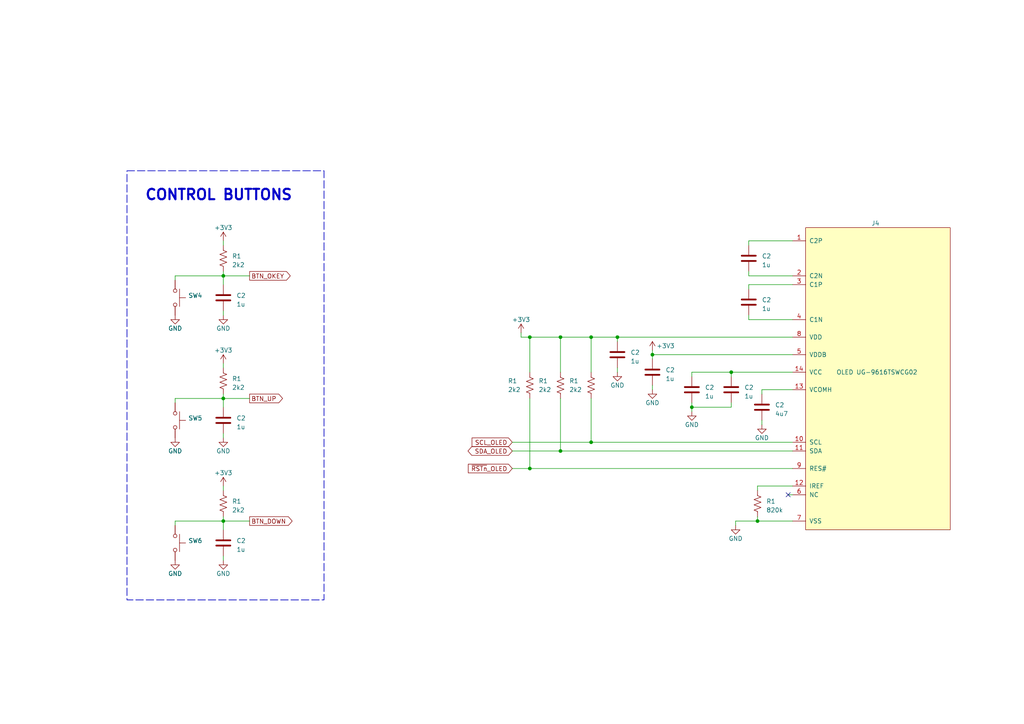
<source format=kicad_sch>
(kicad_sch (version 20230121) (generator eeschema)
  (paper "A4")
  (title_block (title "Hot Plate") (date "2023-04-17") (rev "AA"))
  (lib_symbols
    (symbol "Device:C" (pin_numbers hide) (pin_names (offset 0.254))
      (property "Reference" "C" (at 0.635 2.54 0))
      (property "Value" "C" (at 0.635 -2.54 0))
      (symbol "C_0_1"
        (polyline (pts (xy -2.032 -0.762) (xy 2.032 -0.762)) (stroke (width 0.508)))
        (polyline (pts (xy -2.032 0.762) (xy 2.032 0.762)) (stroke (width 0.508)))
      )
      (symbol "C_1_1"
        (pin passive line (at 0 3.81 270) (length 2.794) (name "~") (number "1"))
        (pin passive line (at 0 -3.81 90) (length 2.794) (name "~") (number "2"))
      )
    )
    (symbol "Device:R_US" (pin_numbers hide) (pin_names (offset 0))
      (property "Reference" "R" (at 2.54 0 90))
      (property "Value" "R_US" (at -2.54 0 90))
      (symbol "R_US_0_1"
        (polyline (pts (xy 0 -2.286) (xy 0 -2.54)))
        (polyline (pts (xy 0 2.286) (xy 0 2.54)))
        (polyline (pts (xy 0 -0.762) (xy 1.016 -1.143) (xy 0 -1.524) (xy -1.016 -1.905) (xy 0 -2.286)))
        (polyline (pts (xy 0 0.762) (xy 1.016 0.381) (xy 0 0) (xy -1.016 -0.381) (xy 0 -0.762)))
        (polyline (pts (xy 0 2.286) (xy 1.016 1.905) (xy 0 1.524) (xy -1.016 1.143) (xy 0 0.762)))
      )
      (symbol "R_US_1_1"
        (pin passive line (at 0 3.81 270) (length 1.27) (name "~") (number "1"))
        (pin passive line (at 0 -3.81 90) (length 1.27) (name "~") (number "2"))
      )
    )
    (symbol "Switch:SW_Push" (pin_numbers hide) (pin_names (offset 1.016) hide)
      (property "Reference" "SW" (at 1.27 2.54 0))
      (property "Value" "SW_Push" (at 0 -1.524 0))
      (symbol "SW_Push_0_1"
        (circle (center -2.032 0) (radius 0.508))
        (polyline (pts (xy 0 1.27) (xy 0 3.048)))
        (polyline (pts (xy 2.54 1.27) (xy -2.54 1.27)))
        (circle (center 2.032 0) (radius 0.508))
        (pin passive line (at -5.08 0 0) (length 2.54) (name "1") (number "1"))
        (pin passive line (at 5.08 0 180) (length 2.54) (name "2") (number "2"))
      )
    )
    (symbol "Symbols:Screen Connector" (pin_names (offset 1.016))
      (property "Reference" "J" (at 0 44.45 0))
      (property "Value" "OLED UG-9616TSWCG02" (at 0 2.54 90))
      (symbol "Screen Connector_1_1"
        (rectangle (start -20.32 41.91) (end 21.59 -45.72) (fill (type background)))
        (pin passive line (at -24.13 38.1 0) (length 3.81) (name "C2P") (number "1"))
        (pin passive line (at -24.13 -20.32 0) (length 3.81) (name "SCL") (number "10"))
        (pin passive line (at -24.13 -22.86 0) (length 3.81) (name "SDA") (number "11"))
        (pin passive line (at -24.13 -33.02 0) (length 3.81) (name "IREF") (number "12"))
        (pin passive line (at -24.13 -5.08 0) (length 3.81) (name "VCOMH") (number "13"))
        (pin power_in line (at -24.13 0 0) (length 3.81) (name "VCC") (number "14"))
        (pin passive line (at -24.13 27.94 0) (length 3.81) (name "C2N") (number "2"))
        (pin passive line (at -24.13 25.4 0) (length 3.81) (name "C1P") (number "3"))
        (pin passive line (at -24.13 15.24 0) (length 3.81) (name "C1N") (number "4"))
        (pin power_in line (at -24.13 5.08 0) (length 3.81) (name "VDDB") (number "5"))
        (pin passive line (at -24.13 -35.56 0) (length 3.81) (name "NC") (number "6"))
        (pin power_in line (at -24.13 -43.18 0) (length 3.81) (name "VSS") (number "7"))
        (pin power_in line (at -24.13 10.16 0) (length 3.81) (name "VDD") (number "8"))
        (pin passive line (at -24.13 -27.94 0) (length 3.81) (name "RES#") (number "9"))
      )
    )
    (symbol "power:+3V3" (power) (pin_names (offset 0))
      (property "Value" "+3V3" (at 0 3.556 0))
      (symbol "+3V3_0_1"
        (polyline (pts (xy -0.762 1.27) (xy 0 2.54)))
        (polyline (pts (xy 0 0) (xy 0 2.54)))
        (polyline (pts (xy 0 2.54) (xy 0.762 1.27)))
      )
      (symbol "+3V3_1_1"
        (pin power_in line (at 0 0 90) (length 0) hide (name "+3V3") (number "1"))
      )
    )
    (symbol "power:GND" (power) (pin_names (offset 0))
      (property "Value" "GND" (at 0 -3.81 0))
      (symbol "GND_0_1"
        (polyline (pts (xy 0 0) (xy 0 -1.27) (xy 1.27 -1.27) (xy 0 -2.54) (xy -1.27 -1.27) (xy 0 -1.27)))
      )
      (symbol "GND_1_1"
        (pin power_in line (at 0 0 270) (length 0) hide (name "GND") (number "1"))
      )
    )
  )
  (junction (at 64.77 80.01))
  (junction (at 162.56 97.79))
  (junction (at 200.66 118.11))
  (junction (at 64.77 151.13))
  (junction (at 153.67 135.89))
  (junction (at 64.77 115.57))
  (junction (at 219.71 151.13))
  (junction (at 162.56 130.81))
  (junction (at 189.23 102.87))
  (junction (at 153.67 97.79))
  (junction (at 212.09 107.95))
  (junction (at 171.45 128.27))
  (junction (at 171.45 97.79))
  (junction (at 179.07 97.79))
  (no_connect (at 228.6 143.51))
  (wire (pts (xy 212.09 109.22) (xy 212.09 107.95)))
  (wire (pts (xy 64.77 125.73) (xy 64.77 127)))
  (wire (pts (xy 200.66 118.11) (xy 200.66 119.38)))
  (wire (pts (xy 217.17 92.71) (xy 229.87 92.71)))
  (wire (pts (xy 213.36 151.13) (xy 219.71 151.13)))
  (wire (pts (xy 228.6 143.51) (xy 229.87 143.51)))
  (wire (pts (xy 64.77 80.01) (xy 50.8 80.01)))
  (wire (pts (xy 189.23 102.87) (xy 189.23 104.14)))
  (wire (pts (xy 171.45 97.79) (xy 171.45 107.95)))
  (wire (pts (xy 217.17 80.01) (xy 229.87 80.01)))
  (wire (pts (xy 213.36 152.4) (xy 213.36 151.13)))
  (wire (pts (xy 50.8 151.13) (xy 50.8 152.4)))
  (wire (pts (xy 153.67 135.89) (xy 229.87 135.89)))
  (wire (pts (xy 200.66 118.11) (xy 212.09 118.11)))
  (wire (pts (xy 148.59 128.27) (xy 171.45 128.27)))
  (wire (pts (xy 151.13 97.79) (xy 153.67 97.79)))
  (wire (pts (xy 64.77 105.41) (xy 64.77 106.68)))
  (wire (pts (xy 64.77 80.01) (xy 64.77 82.55)))
  (wire (pts (xy 220.98 121.92) (xy 220.98 123.19)))
  (wire (pts (xy 64.77 151.13) (xy 72.39 151.13)))
  (wire (pts (xy 189.23 111.76) (xy 189.23 113.03)))
  (wire (pts (xy 217.17 69.85) (xy 217.17 71.12)))
  (wire (pts (xy 162.56 97.79) (xy 171.45 97.79)))
  (wire (pts (xy 151.13 96.52) (xy 151.13 97.79)))
  (wire (pts (xy 212.09 107.95) (xy 229.87 107.95)))
  (wire (pts (xy 229.87 69.85) (xy 217.17 69.85)))
  (wire (pts (xy 219.71 151.13) (xy 229.87 151.13)))
  (wire (pts (xy 219.71 149.86) (xy 219.71 151.13)))
  (wire (pts (xy 219.71 142.24) (xy 219.71 140.97)))
  (wire (pts (xy 219.71 140.97) (xy 229.87 140.97)))
  (wire (pts (xy 220.98 113.03) (xy 220.98 114.3)))
  (wire (pts (xy 64.77 90.17) (xy 64.77 91.44)))
  (wire (pts (xy 153.67 97.79) (xy 162.56 97.79)))
  (wire (pts (xy 179.07 106.68) (xy 179.07 107.95)))
  (wire (pts (xy 64.77 115.57) (xy 64.77 118.11)))
  (wire (pts (xy 64.77 161.29) (xy 64.77 162.56)))
  (wire (pts (xy 64.77 80.01) (xy 72.39 80.01)))
  (wire (pts (xy 162.56 97.79) (xy 162.56 107.95)))
  (wire (pts (xy 64.77 140.97) (xy 64.77 142.24)))
  (wire (pts (xy 217.17 82.55) (xy 217.17 83.82)))
  (wire (pts (xy 153.67 115.57) (xy 153.67 135.89)))
  (wire (pts (xy 229.87 82.55) (xy 217.17 82.55)))
  (wire (pts (xy 200.66 116.84) (xy 200.66 118.11)))
  (wire (pts (xy 64.77 114.3) (xy 64.77 115.57)))
  (wire (pts (xy 50.8 115.57) (xy 50.8 116.84)))
  (wire (pts (xy 217.17 78.74) (xy 217.17 80.01)))
  (wire (pts (xy 171.45 97.79) (xy 179.07 97.79)))
  (wire (pts (xy 153.67 97.79) (xy 153.67 107.95)))
  (wire (pts (xy 148.59 130.81) (xy 162.56 130.81)))
  (wire (pts (xy 189.23 102.87) (xy 229.87 102.87)))
  (wire (pts (xy 50.8 80.01) (xy 50.8 81.28)))
  (wire (pts (xy 64.77 151.13) (xy 64.77 153.67)))
  (wire (pts (xy 64.77 78.74) (xy 64.77 80.01)))
  (wire (pts (xy 64.77 69.85) (xy 64.77 71.12)))
  (wire (pts (xy 64.77 115.57) (xy 72.39 115.57)))
  (wire (pts (xy 64.77 151.13) (xy 50.8 151.13)))
  (wire (pts (xy 162.56 115.57) (xy 162.56 130.81)))
  (wire (pts (xy 220.98 113.03) (xy 229.87 113.03)))
  (wire (pts (xy 212.09 118.11) (xy 212.09 116.84)))
  (wire (pts (xy 189.23 101.6) (xy 189.23 102.87)))
  (wire (pts (xy 217.17 91.44) (xy 217.17 92.71)))
  (wire (pts (xy 64.77 115.57) (xy 50.8 115.57)))
  (wire (pts (xy 179.07 97.79) (xy 229.87 97.79)))
  (wire (pts (xy 171.45 115.57) (xy 171.45 128.27)))
  (wire (pts (xy 148.59 135.89) (xy 153.67 135.89)))
  (wire (pts (xy 162.56 130.81) (xy 229.87 130.81)))
  (wire (pts (xy 200.66 109.22) (xy 200.66 107.95)))
  (wire (pts (xy 64.77 149.86) (xy 64.77 151.13)))
  (wire (pts (xy 179.07 97.79) (xy 179.07 99.06)))
  (wire (pts (xy 171.45 128.27) (xy 229.87 128.27)))
  (wire (pts (xy 200.66 107.95) (xy 212.09 107.95)))
  (rectangle (start 36.83 49.53) (end 93.98 173.99) (stroke (width 0.2) (type dash)))
  (text "CONTROL BUTTONS" (at 41.91 58.42 0) (effects (font (size 3 3) (thickness 0.6) bold) (justify left bottom)))
  (global_label "BTN_OKEY" (shape output) (at 72.39 80.01 0) (property "Intersheetrefs" "${INTERSHEET_REFS}" (effects hide)))
  (global_label "~{RSTn}_OLED" (shape input) (at 148.59 135.89 180) (property "Intersheetrefs" "${INTERSHEET_REFS}" (effects hide)))
  (global_label "BTN_UP" (shape output) (at 72.39 115.57 0) (property "Intersheetrefs" "${INTERSHEET_REFS}" (effects hide)))
  (global_label "SDA_OLED" (shape bidirectional) (at 148.59 130.81 180) (property "Intersheetrefs" "${INTERSHEET_REFS}" (effects hide)))
  (global_label "BTN_DOWN" (shape output) (at 72.39 151.13 0) (property "Intersheetrefs" "${INTERSHEET_REFS}" (effects hide)))
  (global_label "SCL_OLED" (shape input) (at 148.59 128.27 180) (property "Intersheetrefs" "${INTERSHEET_REFS}" (effects hide)))
  (symbol (lib_id "power:+3V3") (at 64.77 105.41 0) (unit 1)
    (property "Reference" "#PWR015" (effects hide))
    (property "Value" "+3V3" (at 64.77 101.6 0))
    (instances (project "HotPlate" (path "" (reference "#PWR015") (unit 1)) (path "" (reference "#PWR042") (unit 1)) (path "" (reference "#PWR0306") (unit 1))))
  )
  (symbol (lib_id "Symbols:Screen Connector") (at 254 107.95 0) (unit 1)
    (property "Reference" "J4" (at 252.73 64.77 0) (effects (justify left)))
    (property "Value" "OLED UG-9616TSWCG02" (at 242.57 107.95 0) (effects (justify left)))
    (property "Footprint" "Footprints:UG-9616TSWCG02" (effects hide))
    (property "Datasheet" "https://datasheet.lcsc.com/lcsc/1810010328_UG-Univision-Semicon-UG-9616TSWCG02_C88335.pdf" (effects hide))
    (property "LCSC Part #" "C88335" (effects hide))
    (property "MPN" "UG-9616TSWCG02" (effects hide))
    (instances (project "HotPlate" (path "" (reference "J4") (unit 1)) (path "" (reference "J301") (unit 1))))
  )
  (symbol (lib_id "power:+3V3") (at 64.77 69.85 0) (unit 1)
    (property "Reference" "#PWR015" (effects hide))
    (property "Value" "+3V3" (at 64.77 66.04 0))
    (instances (project "HotPlate" (path "" (reference "#PWR015") (unit 1)) (path "" (reference "#PWR040") (unit 1)) (path "" (reference "#PWR0304") (unit 1))))
  )
  (symbol (lib_id "Device:C") (at 200.66 113.03 0) (unit 1)
    (property "Reference" "C2" (at 204.47 112.395 0) (effects (justify left)))
    (property "Value" "1u" (at 204.47 114.935 0) (effects (justify left)))
    (property "Footprint" "Capacitor_SMD:C_0603_1608Metric_Pad1.08x0.95mm_HandSolder" (effects hide))
    (property "LCSC Part #" "C5673" (effects hide))
    (property "MPN" "CL10A105KA8NNNC" (effects hide))
    (instances (project "HotPlate" (path "" (reference "C2") (unit 1)) (path "" (reference "C25") (unit 1)) (path "" (reference "C306") (unit 1))))
  )
  (symbol (lib_id "Device:C") (at 64.77 121.92 0) (unit 1)
    (property "Reference" "C2" (at 68.58 121.285 0) (effects (justify left)))
    (property "Value" "1u" (at 68.58 123.825 0) (effects (justify left)))
    (property "Footprint" "Capacitor_SMD:C_0603_1608Metric_Pad1.08x0.95mm_HandSolder" (effects hide))
    (property "LCSC Part #" "C5673" (effects hide))
    (property "MPN" "CL10A105KA8NNNC" (effects hide))
    (instances (project "HotPlate" (path "" (reference "C2") (unit 1)) (path "" (reference "C21") (unit 1)) (path "" (reference "C302") (unit 1))))
  )
  (symbol (lib_id "Switch:SW_Push") (at 50.8 157.48 270) (unit 1)
    (property "Reference" "SW6" (at 54.61 156.845 90) (effects (justify left)))
    (property "Value" "SW_Push" (effects hide))
    (property "Footprint" "Footprints:SW_Push_1P1T_NO_3.5x8mm_H3mm" (effects hide))
    (property "LCSC Part #" "C2888456" (effects hide))
    (property "MPN" "TSB008A2526A" (effects hide))
    (instances (project "HotPlate" (path "" (reference "SW6") (unit 1)) (path "" (reference "SW303") (unit 1))))
  )
  (symbol (lib_id "power:+3V3") (at 64.77 140.97 0) (unit 1)
    (property "Reference" "#PWR015" (effects hide))
    (property "Value" "+3V3" (at 64.77 137.16 0))
    (instances (project "HotPlate" (path "" (reference "#PWR015") (unit 1)) (path "" (reference "#PWR044") (unit 1)) (path "" (reference "#PWR0308") (unit 1))))
  )
  (symbol (lib_id "power:GND") (at 50.8 162.56 0) (unit 1)
    (property "Reference" "#PWR013" (effects hide))
    (property "Value" "GND" (at 50.8 166.37 0))
    (instances (project "HotPlate" (path "" (reference "#PWR013") (unit 1)) (path "" (reference "#PWR039") (unit 1)) (path "" (reference "#PWR0303") (unit 1))))
  )
  (symbol (lib_id "Switch:SW_Push") (at 50.8 86.36 270) (unit 1)
    (property "Reference" "SW4" (at 54.61 85.725 90) (effects (justify left)))
    (property "Value" "SW_Push" (effects hide))
    (property "Footprint" "Footprints:SW_Push_1P1T_NO_3.5x8mm_H3mm" (effects hide))
    (property "LCSC Part #" "C2888456" (effects hide))
    (property "MPN" "TSB008A2526A" (effects hide))
    (instances (project "HotPlate" (path "" (reference "SW4") (unit 1)) (path "" (reference "SW301") (unit 1))))
  )
  (symbol (lib_id "power:GND") (at 50.8 127 0) (unit 1)
    (property "Reference" "#PWR013" (effects hide))
    (property "Value" "GND" (at 50.8 130.81 0))
    (instances (project "HotPlate" (path "" (reference "#PWR013") (unit 1)) (path "" (reference "#PWR038") (unit 1)) (path "" (reference "#PWR0302") (unit 1))))
  )
  (symbol (lib_id "Device:C") (at 217.17 87.63 0) (unit 1)
    (property "Reference" "C2" (at 220.98 86.995 0) (effects (justify left)))
    (property "Value" "1u" (at 220.98 89.535 0) (effects (justify left)))
    (property "Footprint" "Capacitor_SMD:C_0603_1608Metric_Pad1.08x0.95mm_HandSolder" (effects hide))
    (property "LCSC Part #" "C5673" (effects hide))
    (property "MPN" "CL10A105KA8NNNC" (effects hide))
    (instances (project "HotPlate" (path "" (reference "C2") (unit 1)) (path "" (reference "C28") (unit 1)) (path "" (reference "C309") (unit 1))))
  )
  (symbol (lib_id "power:GND") (at 50.8 91.44 0) (unit 1)
    (property "Reference" "#PWR013" (effects hide))
    (property "Value" "GND" (at 50.8 95.25 0))
    (instances (project "HotPlate" (path "" (reference "#PWR013") (unit 1)) (path "" (reference "#PWR037") (unit 1)) (path "" (reference "#PWR0301") (unit 1))))
  )
  (symbol (lib_id "power:GND") (at 213.36 152.4 0) (unit 1)
    (property "Reference" "#PWR013" (effects hide))
    (property "Value" "GND" (at 213.36 156.21 0))
    (instances (project "HotPlate" (path "" (reference "#PWR013") (unit 1)) (path "" (reference "#PWR050") (unit 1)) (path "" (reference "#PWR0314") (unit 1))))
  )
  (symbol (lib_id "Device:R_US") (at 162.56 111.76 0) (unit 1)
    (property "Reference" "R1" (at 156.21 110.49 0) (effects (justify left)))
    (property "Value" "2k2" (at 156.21 113.03 0) (effects (justify left)))
    (property "Footprint" "Resistor_SMD:R_0603_1608Metric_Pad0.98x0.95mm_HandSolder" (effects hide))
    (property "LCSC Part #" "C2907117" (effects hide))
    (instances (project "HotPlate" (path "" (reference "R1") (unit 1)) (path "" (reference "R28") (unit 1)) (path "" (reference "R305") (unit 1))))
  )
  (symbol (lib_id "Device:R_US") (at 64.77 146.05 0) (unit 1)
    (property "Reference" "R1" (at 67.31 145.415 0) (effects (justify left)))
    (property "Value" "2k2" (at 67.31 147.955 0) (effects (justify left)))
    (property "Footprint" "Resistor_SMD:R_0603_1608Metric_Pad0.98x0.95mm_HandSolder" (effects hide))
    (property "LCSC Part #" "C2907117" (effects hide))
    (instances (project "HotPlate" (path "" (reference "R1") (unit 1)) (path "" (reference "R26") (unit 1)) (path "" (reference "R303") (unit 1))))
  )
  (symbol (lib_id "Device:R_US") (at 171.45 111.76 0) (unit 1)
    (property "Reference" "R1" (at 165.1 110.49 0) (effects (justify left)))
    (property "Value" "2k2" (at 165.1 113.03 0) (effects (justify left)))
    (property "Footprint" "Resistor_SMD:R_0603_1608Metric_Pad0.98x0.95mm_HandSolder" (effects hide))
    (property "LCSC Part #" "C2907117" (effects hide))
    (instances (project "HotPlate" (path "" (reference "R1") (unit 1)) (path "" (reference "R29") (unit 1)) (path "" (reference "R306") (unit 1))))
  )
  (symbol (lib_id "power:+3V3") (at 189.23 101.6 0) (unit 1)
    (property "Reference" "#PWR015" (effects hide))
    (property "Value" "+3V3" (at 193.04 100.33 0))
    (instances (project "HotPlate" (path "" (reference "#PWR015") (unit 1)) (path "" (reference "#PWR046") (unit 1)) (path "" (reference "#PWR0316") (unit 1))))
  )
  (symbol (lib_id "power:+3V3") (at 151.13 96.52 0) (unit 1)
    (property "Reference" "#PWR015" (effects hide))
    (property "Value" "+3V3" (at 151.13 92.71 0))
    (instances (project "HotPlate" (path "" (reference "#PWR015") (unit 1)) (path "" (reference "#PWR046") (unit 1)) (path "" (reference "#PWR0310") (unit 1))))
  )
  (symbol (lib_id "power:GND") (at 220.98 123.19 0) (unit 1)
    (property "Reference" "#PWR013" (effects hide))
    (property "Value" "GND" (at 220.98 127 0))
    (instances (project "HotPlate" (path "" (reference "#PWR013") (unit 1)) (path "" (reference "#PWR051") (unit 1)) (path "" (reference "#PWR0315") (unit 1))))
  )
  (symbol (lib_id "power:GND") (at 200.66 119.38 0) (unit 1)
    (property "Reference" "#PWR013" (effects hide))
    (property "Value" "GND" (at 200.66 123.19 0))
    (instances (project "HotPlate" (path "" (reference "#PWR013") (unit 1)) (path "" (reference "#PWR049") (unit 1)) (path "" (reference "#PWR0313") (unit 1))))
  )
  (symbol (lib_id "power:GND") (at 64.77 127 0) (unit 1)
    (property "Reference" "#PWR013" (effects hide))
    (property "Value" "GND" (at 64.77 130.81 0))
    (instances (project "HotPlate" (path "" (reference "#PWR013") (unit 1)) (path "" (reference "#PWR043") (unit 1)) (path "" (reference "#PWR0307") (unit 1))))
  )
  (symbol (lib_id "Device:C") (at 64.77 157.48 0) (unit 1)
    (property "Reference" "C2" (at 68.58 156.845 0) (effects (justify left)))
    (property "Value" "1u" (at 68.58 159.385 0) (effects (justify left)))
    (property "Footprint" "Capacitor_SMD:C_0603_1608Metric_Pad1.08x0.95mm_HandSolder" (effects hide))
    (property "LCSC Part #" "C5673" (effects hide))
    (property "MPN" "CL10A105KA8NNNC" (effects hide))
    (instances (project "HotPlate" (path "" (reference "C2") (unit 1)) (path "" (reference "C22") (unit 1)) (path "" (reference "C303") (unit 1))))
  )
  (symbol (lib_id "power:GND") (at 189.23 113.03 0) (unit 1)
    (property "Reference" "#PWR013" (effects hide))
    (property "Value" "GND" (at 189.23 116.84 0))
    (instances (project "HotPlate" (path "" (reference "#PWR013") (unit 1)) (path "" (reference "#PWR048") (unit 1)) (path "" (reference "#PWR0312") (unit 1))))
  )
  (symbol (lib_id "Device:C") (at 189.23 107.95 0) (unit 1)
    (property "Reference" "C2" (at 193.04 107.315 0) (effects (justify left)))
    (property "Value" "1u" (at 193.04 109.855 0) (effects (justify left)))
    (property "Footprint" "Capacitor_SMD:C_0603_1608Metric_Pad1.08x0.95mm_HandSolder" (effects hide))
    (property "LCSC Part #" "C5673" (effects hide))
    (property "MPN" "CL10A105KA8NNNC" (effects hide))
    (instances (project "HotPlate" (path "" (reference "C2") (unit 1)) (path "" (reference "C24") (unit 1)) (path "" (reference "C305") (unit 1))))
  )
  (symbol (lib_id "Switch:SW_Push") (at 50.8 121.92 270) (unit 1)
    (property "Reference" "SW5" (at 54.61 121.285 90) (effects (justify left)))
    (property "Value" "SW_Push" (effects hide))
    (property "Footprint" "Footprints:SW_Push_1P1T_NO_3.5x8mm_H3mm" (effects hide))
    (property "LCSC Part #" "C2888456" (effects hide))
    (property "MPN" "TSB008A2526A" (effects hide))
    (instances (project "HotPlate" (path "" (reference "SW5") (unit 1)) (path "" (reference "SW302") (unit 1))))
  )
  (symbol (lib_id "Device:C") (at 212.09 113.03 0) (unit 1)
    (property "Reference" "C2" (at 215.9 112.395 0) (effects (justify left)))
    (property "Value" "1u" (at 215.9 114.935 0) (effects (justify left)))
    (property "Footprint" "Capacitor_SMD:C_0603_1608Metric_Pad1.08x0.95mm_HandSolder" (effects hide))
    (property "LCSC Part #" "C5673" (effects hide))
    (property "MPN" "CL10A105KA8NNNC" (effects hide))
    (instances (project "HotPlate" (path "" (reference "C2") (unit 1)) (path "" (reference "C26") (unit 1)) (path "" (reference "C307") (unit 1))))
  )
  (symbol (lib_id "power:GND") (at 179.07 107.95 0) (unit 1)
    (property "Reference" "#PWR013" (effects hide))
    (property "Value" "GND" (at 179.07 111.76 0))
    (instances (project "HotPlate" (path "" (reference "#PWR013") (unit 1)) (path "" (reference "#PWR047") (unit 1)) (path "" (reference "#PWR0311") (unit 1))))
  )
  (symbol (lib_id "Device:R_US") (at 64.77 74.93 0) (unit 1)
    (property "Reference" "R1" (at 67.31 74.295 0) (effects (justify left)))
    (property "Value" "2k2" (at 67.31 76.835 0) (effects (justify left)))
    (property "Footprint" "Resistor_SMD:R_0603_1608Metric_Pad0.98x0.95mm_HandSolder" (effects hide))
    (property "LCSC Part #" "C2907117" (effects hide))
    (instances (project "HotPlate" (path "" (reference "R1") (unit 1)) (path "" (reference "R24") (unit 1)) (path "" (reference "R301") (unit 1))))
  )
  (symbol (lib_id "Device:R_US") (at 219.71 146.05 0) (unit 1)
    (property "Reference" "R1" (at 222.25 145.415 0) (effects (justify left)))
    (property "Value" "820k" (at 222.25 147.955 0) (effects (justify left)))
    (property "Footprint" "Resistor_SMD:R_0603_1608Metric_Pad0.98x0.95mm_HandSolder" (effects hide))
    (property "LCSC Part #" "C2930044" (effects hide))
    (property "MPN" "FRC0603J824TS" (effects hide))
    (instances (project "HotPlate" (path "" (reference "R1") (unit 1)) (path "" (reference "R30") (unit 1)) (path "" (reference "R307") (unit 1))))
  )
  (symbol (lib_id "Device:C") (at 217.17 74.93 0) (unit 1)
    (property "Reference" "C2" (at 220.98 74.295 0) (effects (justify left)))
    (property "Value" "1u" (at 220.98 76.835 0) (effects (justify left)))
    (property "Footprint" "Capacitor_SMD:C_0603_1608Metric_Pad1.08x0.95mm_HandSolder" (effects hide))
    (property "LCSC Part #" "C5673" (effects hide))
    (property "MPN" "CL10A105KA8NNNC" (effects hide))
    (instances (project "HotPlate" (path "" (reference "C2") (unit 1)) (path "" (reference "C27") (unit 1)) (path "" (reference "C308") (unit 1))))
  )
  (symbol (lib_id "Device:C") (at 64.77 86.36 0) (unit 1)
    (property "Reference" "C2" (at 68.58 85.725 0) (effects (justify left)))
    (property "Value" "1u" (at 68.58 88.265 0) (effects (justify left)))
    (property "Footprint" "Capacitor_SMD:C_0603_1608Metric_Pad1.08x0.95mm_HandSolder" (effects hide))
    (property "LCSC Part #" "C5673" (effects hide))
    (property "MPN" "CL10A105KA8NNNC" (effects hide))
    (instances (project "HotPlate" (path "" (reference "C2") (unit 1)) (path "" (reference "C20") (unit 1)) (path "" (reference "C301") (unit 1))))
  )
  (symbol (lib_id "Device:R_US") (at 153.67 111.76 0) (unit 1)
    (property "Reference" "R1" (at 147.32 110.49 0) (effects (justify left)))
    (property "Value" "2k2" (at 147.32 113.03 0) (effects (justify left)))
    (property "Footprint" "Resistor_SMD:R_0603_1608Metric_Pad0.98x0.95mm_HandSolder" (effects hide))
    (property "LCSC Part #" "C2907117" (effects hide))
    (instances (project "HotPlate" (path "" (reference "R1") (unit 1)) (path "" (reference "R27") (unit 1)) (path "" (reference "R304") (unit 1))))
  )
  (symbol (lib_id "Device:R_US") (at 64.77 110.49 0) (unit 1)
    (property "Reference" "R1" (at 67.31 109.855 0) (effects (justify left)))
    (property "Value" "2k2" (at 67.31 112.395 0) (effects (justify left)))
    (property "Footprint" "Resistor_SMD:R_0603_1608Metric_Pad0.98x0.95mm_HandSolder" (effects hide))
    (property "LCSC Part #" "C2907117" (effects hide))
    (instances (project "HotPlate" (path "" (reference "R1") (unit 1)) (path "" (reference "R25") (unit 1)) (path "" (reference "R302") (unit 1))))
  )
  (symbol (lib_id "power:GND") (at 64.77 91.44 0) (unit 1)
    (property "Reference" "#PWR013" (effects hide))
    (property "Value" "GND" (at 64.77 95.25 0))
    (instances (project "HotPlate" (path "" (reference "#PWR013") (unit 1)) (path "" (reference "#PWR041") (unit 1)) (path "" (reference "#PWR0305") (unit 1))))
  )
  (symbol (lib_id "Device:C") (at 220.98 118.11 0) (unit 1)
    (property "Reference" "C2" (at 224.79 117.475 0) (effects (justify left)))
    (property "Value" "4u7" (at 224.79 120.015 0) (effects (justify left)))
    (property "Footprint" "Capacitor_SMD:C_0805_2012Metric_Pad1.18x1.45mm_HandSolder" (effects hide))
    (property "LCSC Part #" "C98195" (effects hide))
    (property "MPN" "CL21B475KAFNNNE" (effects hide))
    (instances (project "HotPlate" (path "" (reference "C2") (unit 1)) (path "" (reference "C29") (unit 1)) (path "" (reference "C310") (unit 1))))
  )
  (symbol (lib_id "Device:C") (at 179.07 102.87 0) (unit 1)
    (property "Reference" "C2" (at 182.88 102.235 0) (effects (justify left)))
    (property "Value" "1u" (at 182.88 104.775 0) (effects (justify left)))
    (property "Footprint" "Capacitor_SMD:C_0603_1608Metric_Pad1.08x0.95mm_HandSolder" (effects hide))
    (property "LCSC Part #" "C5673" (effects hide))
    (property "MPN" "CL10A105KA8NNNC" (effects hide))
    (instances (project "HotPlate" (path "" (reference "C2") (unit 1)) (path "" (reference "C23") (unit 1)) (path "" (reference "C304") (unit 1))))
  )
  (symbol (lib_id "power:GND") (at 64.77 162.56 0) (unit 1)
    (property "Reference" "#PWR013" (effects hide))
    (property "Value" "GND" (at 64.77 166.37 0))
    (instances (project "HotPlate" (path "" (reference "#PWR013") (unit 1)) (path "" (reference "#PWR045") (unit 1)) (path "" (reference "#PWR0309") (unit 1))))
  )
)
</source>
